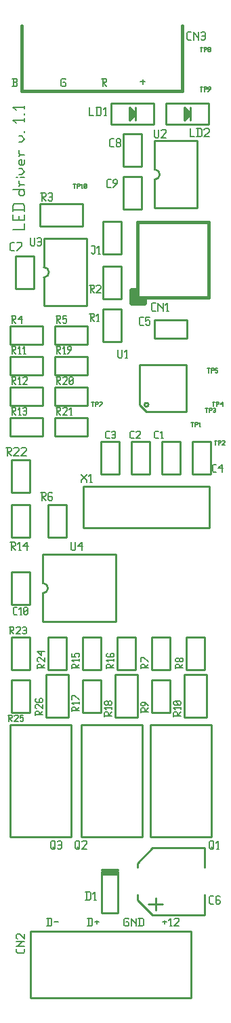
<source format=gbr>
G04 start of page 8 for group -4079 idx -4079 *
G04 Title: LED driver v. 0.1, topsilk *
G04 Creator: pcb 1.99x *
G04 CreationDate: Sat Jul 16 06:31:28 2011 UTC *
G04 For: davidellsworth *
G04 Format: Gerber/RS-274X *
G04 PCB-Dimensions: 113000 481000 *
G04 PCB-Coordinate-Origin: lower left *
%MOIN*%
%FSLAX24Y24*%
%LNFRONTSILK*%
%ADD16C,0.0100*%
%ADD22C,0.0250*%
%ADD45C,0.0070*%
%ADD46C,0.0150*%
G54D16*X5100Y6500D02*X5900D01*
X5100Y6450D02*X5900D01*
G54D45*X2448Y4104D02*Y3720D01*
X2592Y4104D02*X2640Y4056D01*
Y3768D01*
X2592Y3720D02*X2640Y3768D01*
X2400Y3720D02*X2592D01*
X2400Y4104D02*X2592D01*
X2755Y3912D02*X2947D01*
X4448Y4104D02*Y3720D01*
X4592Y4104D02*X4640Y4056D01*
Y3768D01*
X4592Y3720D02*X4640Y3768D01*
X4400Y3720D02*X4592D01*
X4400Y4104D02*X4592D01*
X4755Y3912D02*X4947D01*
X4851Y4008D02*Y3816D01*
X740Y37900D02*X1300D01*
Y38180D02*Y37900D01*
X1020Y38558D02*Y38348D01*
X1300Y38628D02*Y38348D01*
X740D02*X1300D01*
X740Y38628D02*Y38348D01*
Y38866D02*X1300D01*
X740Y39076D02*X810Y39146D01*
X1230D01*
X1300Y39076D02*X1230Y39146D01*
X1300Y39076D02*Y38796D01*
X740Y39076D02*Y38796D01*
Y39846D02*X1300D01*
Y39776D02*X1230Y39846D01*
X1300Y39776D02*Y39636D01*
X1230Y39566D02*X1300Y39636D01*
X1090Y39566D02*X1230D01*
X1090D02*X1020Y39636D01*
Y39776D02*Y39636D01*
Y39776D02*X1090Y39846D01*
Y40084D02*X1300D01*
X1090D02*X1020Y40154D01*
Y40294D02*Y40154D01*
Y40014D02*X1090Y40084D01*
X880Y40462D02*X950D01*
X1090D02*X1300D01*
X1020Y40602D02*X1160D01*
X1300Y40742D01*
X1160Y40882D01*
X1020D02*X1160D01*
X1300Y41330D02*Y41120D01*
X1230Y41050D02*X1300Y41120D01*
X1090Y41050D02*X1230D01*
X1090D02*X1020Y41120D01*
Y41260D02*Y41120D01*
Y41260D02*X1090Y41330D01*
X1160D02*Y41050D01*
X1090Y41330D02*X1160D01*
X1090Y41569D02*X1300D01*
X1090D02*X1020Y41639D01*
Y41779D02*Y41639D01*
Y41499D02*X1090Y41569D01*
X1020Y42199D02*X1160D01*
X1300Y42339D01*
X1160Y42479D01*
X1020D02*X1160D01*
X1300Y42717D02*Y42647D01*
Y43347D02*Y43207D01*
X740Y43277D02*X1300D01*
X880Y43137D02*X740Y43277D01*
X1300Y43585D02*Y43515D01*
Y43963D02*Y43823D01*
X740Y43893D02*X1300D01*
X880Y43753D02*X740Y43893D01*
X7000Y45146D02*X7236D01*
X7118Y45264D02*Y45028D01*
X3292Y45304D02*X3340Y45256D01*
X3148Y45304D02*X3292D01*
X3100Y45256D02*X3148Y45304D01*
X3100Y45256D02*Y44968D01*
X3148Y44920D01*
X3292D01*
X3340Y44968D01*
Y45064D02*Y44968D01*
X3292Y45112D02*X3340Y45064D01*
X3196Y45112D02*X3292D01*
X5100Y45304D02*X5292D01*
X5340Y45256D01*
Y45160D01*
X5292Y45112D02*X5340Y45160D01*
X5148Y45112D02*X5292D01*
X5148Y45304D02*Y44920D01*
Y45112D02*X5340Y44920D01*
X700D02*X892D01*
X940Y44968D01*
Y45064D02*Y44968D01*
X892Y45112D02*X940Y45064D01*
X748Y45112D02*X892D01*
X748Y45304D02*Y44920D01*
X700Y45304D02*X892D01*
X940Y45256D01*
Y45160D01*
X892Y45112D02*X940Y45160D01*
X6392Y4104D02*X6440Y4056D01*
X6248Y4104D02*X6392D01*
X6200Y4056D02*X6248Y4104D01*
X6200Y4056D02*Y3768D01*
X6248Y3720D01*
X6392D01*
X6440Y3768D01*
Y3864D02*Y3768D01*
X6392Y3912D02*X6440Y3864D01*
X6296Y3912D02*X6392D01*
X6555Y4104D02*Y3720D01*
Y4104D02*Y4056D01*
X6795Y3816D01*
Y4104D02*Y3720D01*
X6958Y4104D02*Y3720D01*
X7102Y4104D02*X7150Y4056D01*
Y3768D01*
X7102Y3720D02*X7150Y3768D01*
X6910Y3720D02*X7102D01*
X6910Y4104D02*X7102D01*
X8100Y3912D02*X8292D01*
X8196Y4008D02*Y3816D01*
X8455Y3720D02*X8551D01*
X8503Y4104D02*Y3720D01*
X8407Y4008D02*X8503Y4104D01*
X8666Y4056D02*X8714Y4104D01*
X8858D01*
X8906Y4056D01*
Y3960D01*
X8666Y3720D02*X8906Y3960D01*
X8666Y3720D02*X8906D01*
G54D16*X9550Y27500D02*Y25900D01*
Y27500D02*X10450D01*
Y25900D01*
X9550D02*X10450D01*
X4200Y23250D02*X10400D01*
Y25300D02*Y23250D01*
X4200Y25300D02*X10400D01*
X4200D02*Y23250D01*
X8950Y27500D02*Y25900D01*
X8050D02*X8950D01*
X8050Y27500D02*Y25900D01*
Y27500D02*X8950D01*
X5050D02*Y25900D01*
Y27500D02*X5950D01*
Y25900D01*
X5050D02*X5950D01*
X7450Y27500D02*Y25900D01*
X6550D02*X7450D01*
X6550Y27500D02*Y25900D01*
Y27500D02*X7450D01*
X6950Y31250D02*Y29300D01*
X7300Y28950D01*
X9250Y31250D02*Y28950D01*
X7300D02*X9250D01*
X6950Y31250D02*X9250D01*
X7300Y29200D02*G75*G03X7300Y29200I0J100D01*G01*
X7700Y32550D02*X9300D01*
X7700Y33450D02*Y32550D01*
Y33450D02*X9300D01*
Y32550D01*
X4400Y33150D02*X2800D01*
X4400Y32250D02*Y33150D01*
X2800Y32250D02*X4400D01*
X2800Y33150D02*Y32250D01*
X4150Y15800D02*Y14200D01*
Y15800D02*X5050D01*
Y14200D01*
X4150D02*X5050D01*
X5750Y13950D02*X6850D01*
X5750Y16050D02*Y13950D01*
Y16050D02*X6850D01*
Y13950D01*
X650Y15800D02*Y14200D01*
Y15800D02*X1550D01*
Y14200D01*
X650D02*X1550D01*
X2350Y13950D02*X3450D01*
X2350Y16050D02*Y13950D01*
Y16050D02*X3450D01*
Y13950D01*
X9150D02*X10250D01*
X9150Y16050D02*Y13950D01*
Y16050D02*X10250D01*
Y13950D01*
X7550Y15800D02*Y14200D01*
Y15800D02*X8450D01*
Y14200D01*
X7550D02*X8450D01*
X4100Y8100D02*X7100D01*
X4100Y13600D02*X7100D01*
X4100D02*Y8100D01*
X7100Y13600D02*Y8100D01*
X600D02*X3600D01*
X600Y13600D02*X3600D01*
X600D02*Y8100D01*
X3600Y13600D02*Y8100D01*
X10150Y7550D02*X7600D01*
X10150D02*Y6600D01*
Y5250D02*Y4250D01*
X7600D01*
X6850Y5000D02*X7600Y4250D01*
Y7550D02*X6850Y6800D01*
Y6600D01*
Y5250D02*Y5000D01*
X7400Y4800D02*X8100D01*
X7750Y4500D02*Y5100D01*
X9484Y3474D02*Y207D01*
X1610Y3474D02*X9484D01*
X1610D02*Y207D01*
X9484D01*
X5100Y6400D02*Y4350D01*
X5900Y6400D02*Y4350D01*
X5100D02*X5900D01*
X5100Y6400D02*X5900D01*
X5100Y6350D02*X5900D01*
X5100Y6300D02*X5900D01*
X5100Y6250D02*X5900D01*
X7500Y8100D02*X10500D01*
X7500Y13600D02*X10500D01*
X7500D02*Y8100D01*
X10500Y13600D02*Y8100D01*
X9250Y17900D02*Y16300D01*
Y17900D02*X10150D01*
Y16300D01*
X9250D02*X10150D01*
X7550Y17900D02*Y16300D01*
Y17900D02*X8450D01*
Y16300D01*
X7550D02*X8450D01*
X650Y17900D02*Y16300D01*
Y17900D02*X1550D01*
Y16300D01*
X650D02*X1550D01*
X2450Y17900D02*Y16300D01*
Y17900D02*X3350D01*
Y16300D01*
X2450D02*X3350D01*
X650Y21100D02*Y19500D01*
Y21100D02*X1550D01*
Y19500D01*
X650D02*X1550D01*
X5850Y17900D02*Y16300D01*
Y17900D02*X6750D01*
Y16300D01*
X5850D02*X6750D01*
X4150Y17900D02*Y16300D01*
Y17900D02*X5050D01*
Y16300D01*
X4150D02*X5050D01*
X2200Y21950D02*Y20550D01*
Y20050D02*Y18650D01*
Y21950D02*X5800D01*
Y18650D01*
X2200D02*X5800D01*
X2200Y20050D02*G75*G03X2200Y20550I0J250D01*G01*
X650Y26600D02*Y25000D01*
Y26600D02*X1550D01*
Y25000D01*
X650D02*X1550D01*
X2450Y24400D02*Y22800D01*
Y24400D02*X3350D01*
Y22800D01*
X2450D02*X3350D01*
X650Y24400D02*Y22800D01*
Y24400D02*X1550D01*
Y22800D01*
X650D02*X1550D01*
X5150Y38300D02*Y36700D01*
Y38300D02*X6050D01*
Y36700D01*
X5150D02*X6050D01*
X1750Y36600D02*Y35000D01*
X850D02*X1750D01*
X850Y36600D02*Y35000D01*
Y36600D02*X1750D01*
X2250Y37450D02*Y36050D01*
Y35550D02*Y34150D01*
Y37450D02*X4350D01*
Y34150D01*
X2250D02*X4350D01*
X2250Y35550D02*G75*G03X2250Y36050I0J250D01*G01*
X5150Y36100D02*Y34500D01*
Y36100D02*X6050D01*
Y34500D01*
X5150D02*X6050D01*
X2200Y31650D02*X600D01*
X2200Y30750D02*Y31650D01*
X600Y30750D02*X2200D01*
X600Y31650D02*Y30750D01*
X2200Y30150D02*X600D01*
X2200Y29250D02*Y30150D01*
X600Y29250D02*X2200D01*
X600Y30150D02*Y29250D01*
X2800Y31650D02*X4400D01*
Y30750D01*
X2800D02*X4400D01*
X2800Y31650D02*Y30750D01*
Y30150D02*X4400D01*
Y29250D01*
X2800D02*X4400D01*
X2800Y30150D02*Y29250D01*
X5150Y34000D02*Y32400D01*
Y34000D02*X6050D01*
Y32400D01*
X5150D02*X6050D01*
X2800Y28650D02*X4400D01*
Y27750D01*
X2800D02*X4400D01*
X2800Y28650D02*Y27750D01*
X2200Y33150D02*X600D01*
X2200Y32250D02*Y33150D01*
X600Y32250D02*X2200D01*
X600Y33150D02*Y32250D01*
X2200Y28650D02*X600D01*
X2200Y27750D02*Y28650D01*
X600Y27750D02*X2200D01*
X600Y28650D02*Y27750D01*
X6600Y43700D02*Y43450D01*
X6550Y43750D02*Y43400D01*
X6500Y43850D02*Y43350D01*
X6450Y43900D02*X6750Y43600D01*
X6450Y43900D02*Y43250D01*
X6750Y43550D02*X6450Y43250D01*
X6750Y43900D02*Y43250D01*
X6700Y43600D02*Y43550D01*
X5550Y44100D02*X7650D01*
X6650Y43650D02*Y43500D01*
X5550Y43050D02*X7650D01*
X5550Y44100D02*Y43050D01*
X7650Y44100D02*Y43050D01*
X9300Y43700D02*Y43450D01*
X9250Y43750D02*Y43400D01*
X9200Y43850D02*Y43350D01*
X9150Y43900D02*X9450Y43600D01*
X9150Y43900D02*Y43250D01*
X9450Y43550D02*X9150Y43250D01*
X9450Y43900D02*Y43250D01*
X9400Y43600D02*Y43550D01*
X8250Y44100D02*X10350D01*
X9350Y43650D02*Y43500D01*
X8250Y43050D02*X10350D01*
X8250Y44100D02*Y43050D01*
X10350Y44100D02*Y43050D01*
G54D46*X1150Y47900D02*Y44700D01*
X9000D01*
X9050Y47900D02*Y44700D01*
G54D16*X7050Y42600D02*Y41000D01*
X6150D02*X7050D01*
X6150Y42600D02*Y41000D01*
Y42600D02*X7050D01*
X6150Y40500D02*Y38900D01*
Y40500D02*X7050D01*
Y38900D01*
X6150D02*X7050D01*
X2050Y39150D02*Y38050D01*
Y39150D02*X4150D01*
Y38050D01*
X2050D02*X4150D01*
X7700Y42250D02*Y40850D01*
Y40350D02*Y38950D01*
Y42250D02*X9800D01*
Y38950D01*
X7700D02*X9800D01*
X7700Y40350D02*G75*G03X7700Y40850I0J250D01*G01*
G54D22*X6600Y34450D02*X7200D01*
X6750Y34900D02*Y34300D01*
X6600Y34900D02*Y34300D01*
Y34900D02*X6800D01*
X7200Y34300D02*Y34500D01*
X6600Y34300D02*X7200D01*
G54D46*X6850Y34550D02*Y38250D01*
X10350D02*Y34550D01*
X6850D01*
Y38250D02*X10350D01*
G54D45*X400Y27200D02*X600D01*
X650Y27150D01*
Y27050D01*
X600Y27000D02*X650Y27050D01*
X450Y27000D02*X600D01*
X450Y27200D02*Y26800D01*
Y27000D02*X650Y26800D01*
X770Y27150D02*X820Y27200D01*
X970D01*
X1020Y27150D01*
Y27050D01*
X770Y26800D02*X1020Y27050D01*
X770Y26800D02*X1020D01*
X1140Y27150D02*X1190Y27200D01*
X1340D01*
X1390Y27150D01*
Y27050D01*
X1140Y26800D02*X1390Y27050D01*
X1140Y26800D02*X1390D01*
X10594Y26005D02*X10728D01*
X10550Y26049D02*X10594Y26005D01*
X10550Y26316D02*Y26049D01*
Y26316D02*X10594Y26361D01*
X10728D01*
X10834Y26183D02*X11012Y26361D01*
X10834Y26183D02*X11057D01*
X11012Y26361D02*Y26005D01*
X4100Y25900D02*Y25850D01*
X4350Y25600D01*
Y25500D01*
X4100Y25600D02*Y25500D01*
Y25600D02*X4350Y25850D01*
Y25900D02*Y25850D01*
X4520Y25500D02*X4620D01*
X4570Y25900D02*Y25500D01*
X4470Y25800D02*X4570Y25900D01*
X2100Y25000D02*X2300D01*
X2350Y24950D01*
Y24850D01*
X2300Y24800D02*X2350Y24850D01*
X2150Y24800D02*X2300D01*
X2150Y25000D02*Y24600D01*
Y24800D02*X2350Y24600D01*
X2620Y25000D02*X2670Y24950D01*
X2520Y25000D02*X2620D01*
X2470Y24950D02*X2520Y25000D01*
X2470Y24950D02*Y24650D01*
X2520Y24600D01*
X2620Y24800D02*X2670Y24750D01*
X2470Y24800D02*X2620D01*
X2520Y24600D02*X2620D01*
X2670Y24650D01*
Y24750D02*Y24650D01*
X10650Y27544D02*X10762D01*
X10706D02*Y27320D01*
X10857Y27544D02*Y27320D01*
X10829Y27544D02*X10941D01*
X10969Y27516D01*
Y27460D01*
X10941Y27432D02*X10969Y27460D01*
X10857Y27432D02*X10941D01*
X11036Y27516D02*X11064Y27544D01*
X11148D01*
X11176Y27516D01*
Y27460D01*
X11036Y27320D02*X11176Y27460D01*
X11036Y27320D02*X11176D01*
X2850Y29161D02*X3028D01*
X3072Y29116D01*
Y29027D01*
X3028Y28983D02*X3072Y29027D01*
X2894Y28983D02*X3028D01*
X2894Y29161D02*Y28805D01*
Y28983D02*X3072Y28805D01*
X3179Y29116D02*X3223Y29161D01*
X3357D01*
X3401Y29116D01*
Y29027D01*
X3179Y28805D02*X3401Y29027D01*
X3179Y28805D02*X3401D01*
X3553D02*X3642D01*
X3597Y29161D02*Y28805D01*
X3508Y29072D02*X3597Y29161D01*
X650D02*X828D01*
X872Y29116D01*
Y29027D01*
X828Y28983D02*X872Y29027D01*
X694Y28983D02*X828D01*
X694Y29161D02*Y28805D01*
Y28983D02*X872Y28805D01*
X1023D02*X1112D01*
X1068Y29161D02*Y28805D01*
X979Y29072D02*X1068Y29161D01*
X1219Y29116D02*X1264Y29161D01*
X1353D01*
X1397Y29116D01*
Y28849D01*
X1353Y28805D02*X1397Y28849D01*
X1264Y28805D02*X1353D01*
X1219Y28849D02*X1264Y28805D01*
Y28983D02*X1397D01*
X8639Y14178D02*Y14000D01*
Y14178D02*X8683Y14222D01*
X8772D01*
X8817Y14178D02*X8772Y14222D01*
X8817Y14178D02*Y14044D01*
X8639D02*X8995D01*
X8817D02*X8995Y14222D01*
Y14462D02*Y14373D01*
X8639Y14418D02*X8995D01*
X8728Y14329D02*X8639Y14418D01*
X8950Y14569D02*X8995Y14614D01*
X8683Y14569D02*X8950D01*
X8683D02*X8639Y14614D01*
Y14703D02*Y14614D01*
Y14703D02*X8683Y14747D01*
X8950D01*
X8995Y14703D02*X8950Y14747D01*
X8995Y14703D02*Y14614D01*
X8906Y14569D02*X8728Y14747D01*
X8739Y16528D02*Y16350D01*
Y16528D02*X8783Y16572D01*
X8872D01*
X8917Y16528D02*X8872Y16572D01*
X8917Y16528D02*Y16394D01*
X8739D02*X9095D01*
X8917D02*X9095Y16572D01*
X9050Y16679D02*X9095Y16723D01*
X8961Y16679D02*X9050D01*
X8961D02*X8917Y16723D01*
Y16812D02*Y16723D01*
Y16812D02*X8961Y16857D01*
X9050D01*
X9095Y16812D02*X9050Y16857D01*
X9095Y16812D02*Y16723D01*
X8872Y16679D02*X8917Y16723D01*
X8783Y16679D02*X8872D01*
X8783D02*X8739Y16723D01*
Y16812D02*Y16723D01*
Y16812D02*X8783Y16857D01*
X8872D01*
X8917Y16812D02*X8872Y16857D01*
X7039Y14378D02*Y14200D01*
Y14378D02*X7083Y14422D01*
X7172D01*
X7217Y14378D02*X7172Y14422D01*
X7217Y14378D02*Y14244D01*
X7039D02*X7395D01*
X7217D02*X7395Y14422D01*
Y14529D02*X7217Y14707D01*
X7083D02*X7217D01*
X7039Y14662D02*X7083Y14707D01*
X7039Y14662D02*Y14573D01*
X7083Y14529D02*X7039Y14573D01*
X7083Y14529D02*X7172D01*
X7217Y14573D01*
Y14707D02*Y14573D01*
X3800Y7850D02*Y7550D01*
Y7850D02*X3850Y7900D01*
X3950D01*
X4000Y7850D01*
Y7550D01*
X3950Y7500D02*X4000Y7550D01*
X3850Y7500D02*X3950D01*
X3800Y7550D02*X3850Y7500D01*
X3900Y7600D02*X4000Y7500D01*
X4120Y7850D02*X4170Y7900D01*
X4320D01*
X4370Y7850D01*
Y7750D01*
X4120Y7500D02*X4370Y7750D01*
X4120Y7500D02*X4370D01*
X10450Y4800D02*X10600D01*
X10400Y4850D02*X10450Y4800D01*
X10400Y5150D02*Y4850D01*
Y5150D02*X10450Y5200D01*
X10600D01*
X10870D02*X10920Y5150D01*
X10770Y5200D02*X10870D01*
X10720Y5150D02*X10770Y5200D01*
X10720Y5150D02*Y4850D01*
X10770Y4800D01*
X10870Y5000D02*X10920Y4950D01*
X10720Y5000D02*X10870D01*
X10770Y4800D02*X10870D01*
X10920Y4850D01*
Y4950D02*Y4850D01*
X4350Y5400D02*Y5000D01*
X4500Y5400D02*X4550Y5350D01*
Y5050D01*
X4500Y5000D02*X4550Y5050D01*
X4300Y5000D02*X4500D01*
X4300Y5400D02*X4500D01*
X4720Y5000D02*X4820D01*
X4770Y5400D02*Y5000D01*
X4670Y5300D02*X4770Y5400D01*
X10400Y7850D02*Y7550D01*
Y7850D02*X10450Y7900D01*
X10550D01*
X10600Y7850D01*
Y7550D01*
X10550Y7500D02*X10600Y7550D01*
X10450Y7500D02*X10550D01*
X10400Y7550D02*X10450Y7500D01*
X10500Y7600D02*X10600Y7500D01*
X10770D02*X10870D01*
X10820Y7900D02*Y7500D01*
X10720Y7800D02*X10820Y7900D01*
X2600Y7850D02*Y7550D01*
Y7850D02*X2650Y7900D01*
X2750D01*
X2800Y7850D01*
Y7550D01*
X2750Y7500D02*X2800Y7550D01*
X2650Y7500D02*X2750D01*
X2600Y7550D02*X2650Y7500D01*
X2700Y7600D02*X2800Y7500D01*
X2920Y7850D02*X2970Y7900D01*
X3070D01*
X3120Y7850D01*
Y7550D01*
X3070Y7500D02*X3120Y7550D01*
X2970Y7500D02*X3070D01*
X2920Y7550D02*X2970Y7500D01*
Y7700D02*X3120D01*
X1300Y2600D02*Y2450D01*
X1250Y2400D02*X1300Y2450D01*
X950Y2400D02*X1250D01*
X950D02*X900Y2450D01*
Y2600D02*Y2450D01*
Y2720D02*X1300D01*
X900D02*X950D01*
X1200Y2970D01*
X900D02*X1300D01*
X950Y3090D02*X900Y3140D01*
Y3290D02*Y3140D01*
Y3290D02*X950Y3340D01*
X1050D01*
X1300Y3090D02*X1050Y3340D01*
X1300D02*Y3090D01*
X3639Y14428D02*Y14250D01*
Y14428D02*X3683Y14472D01*
X3772D01*
X3817Y14428D02*X3772Y14472D01*
X3817Y14428D02*Y14294D01*
X3639D02*X3995D01*
X3817D02*X3995Y14472D01*
Y14712D02*Y14623D01*
X3639Y14668D02*X3995D01*
X3728Y14579D02*X3639Y14668D01*
X3995Y14819D02*X3772Y15042D01*
X3639D02*X3772D01*
X3639D02*Y14819D01*
X5239Y14178D02*Y14000D01*
Y14178D02*X5283Y14222D01*
X5372D01*
X5417Y14178D02*X5372Y14222D01*
X5417Y14178D02*Y14044D01*
X5239D02*X5595D01*
X5417D02*X5595Y14222D01*
Y14462D02*Y14373D01*
X5239Y14418D02*X5595D01*
X5328Y14329D02*X5239Y14418D01*
X5550Y14569D02*X5595Y14614D01*
X5461Y14569D02*X5550D01*
X5461D02*X5417Y14614D01*
Y14703D02*Y14614D01*
Y14703D02*X5461Y14747D01*
X5550D01*
X5595Y14703D02*X5550Y14747D01*
X5595Y14703D02*Y14614D01*
X5372Y14569D02*X5417Y14614D01*
X5283Y14569D02*X5372D01*
X5283D02*X5239Y14614D01*
Y14703D02*Y14614D01*
Y14703D02*X5283Y14747D01*
X5372D01*
X5417Y14703D02*X5372Y14747D01*
X1839Y14228D02*Y14050D01*
Y14228D02*X1883Y14272D01*
X1972D01*
X2017Y14228D02*X1972Y14272D01*
X2017Y14228D02*Y14094D01*
X1839D02*X2195D01*
X2017D02*X2195Y14272D01*
X1883Y14379D02*X1839Y14423D01*
Y14557D02*Y14423D01*
Y14557D02*X1883Y14601D01*
X1972D01*
X2195Y14379D02*X1972Y14601D01*
X2195D02*Y14379D01*
X1839Y14842D02*X1883Y14886D01*
X1839Y14842D02*Y14753D01*
X1883Y14708D02*X1839Y14753D01*
X1883Y14708D02*X2150D01*
X2195Y14753D01*
X2017Y14842D02*X2061Y14886D01*
X2017Y14842D02*Y14708D01*
X2195Y14842D02*Y14753D01*
Y14842D02*X2150Y14886D01*
X2061D02*X2150D01*
X5339Y16528D02*Y16350D01*
Y16528D02*X5383Y16572D01*
X5472D01*
X5517Y16528D02*X5472Y16572D01*
X5517Y16528D02*Y16394D01*
X5339D02*X5695D01*
X5517D02*X5695Y16572D01*
Y16812D02*Y16723D01*
X5339Y16768D02*X5695D01*
X5428Y16679D02*X5339Y16768D01*
Y17053D02*X5383Y17097D01*
X5339Y17053D02*Y16964D01*
X5383Y16919D02*X5339Y16964D01*
X5383Y16919D02*X5650D01*
X5695Y16964D01*
X5517Y17053D02*X5561Y17097D01*
X5517Y17053D02*Y16919D01*
X5695Y17053D02*Y16964D01*
Y17053D02*X5650Y17097D01*
X5561D02*X5650D01*
X3639Y16528D02*Y16350D01*
Y16528D02*X3683Y16572D01*
X3772D01*
X3817Y16528D02*X3772Y16572D01*
X3817Y16528D02*Y16394D01*
X3639D02*X3995D01*
X3817D02*X3995Y16572D01*
Y16812D02*Y16723D01*
X3639Y16768D02*X3995D01*
X3728Y16679D02*X3639Y16768D01*
Y17097D02*Y16919D01*
X3817D01*
X3772Y16964D01*
Y17053D02*Y16964D01*
Y17053D02*X3817Y17097D01*
X3950D01*
X3995Y17053D02*X3950Y17097D01*
X3995Y17053D02*Y16964D01*
X3950Y16919D02*X3995Y16964D01*
X500Y14072D02*X656D01*
X695Y14033D01*
Y13955D01*
X656Y13916D02*X695Y13955D01*
X539Y13916D02*X656D01*
X539Y14072D02*Y13760D01*
Y13916D02*X695Y13760D01*
X788Y14033D02*X827Y14072D01*
X944D01*
X983Y14033D01*
Y13955D01*
X788Y13760D02*X983Y13955D01*
X788Y13760D02*X983D01*
X1077Y14072D02*X1233D01*
X1077D02*Y13916D01*
X1116Y13955D01*
X1194D01*
X1233Y13916D01*
Y13799D01*
X1194Y13760D02*X1233Y13799D01*
X1116Y13760D02*X1194D01*
X1077Y13799D02*X1116Y13760D01*
X7039Y16528D02*Y16350D01*
Y16528D02*X7083Y16572D01*
X7172D01*
X7217Y16528D02*X7172Y16572D01*
X7217Y16528D02*Y16394D01*
X7039D02*X7395D01*
X7217D02*X7395Y16572D01*
Y16679D02*X7172Y16901D01*
X7039D02*X7172D01*
X7039D02*Y16679D01*
X550Y18411D02*X728D01*
X772Y18366D01*
Y18277D01*
X728Y18233D02*X772Y18277D01*
X594Y18233D02*X728D01*
X594Y18411D02*Y18055D01*
Y18233D02*X772Y18055D01*
X879Y18366D02*X923Y18411D01*
X1057D01*
X1101Y18366D01*
Y18277D01*
X879Y18055D02*X1101Y18277D01*
X879Y18055D02*X1101D01*
X1208Y18366D02*X1253Y18411D01*
X1342D01*
X1386Y18366D01*
Y18099D01*
X1342Y18055D02*X1386Y18099D01*
X1253Y18055D02*X1342D01*
X1208Y18099D02*X1253Y18055D01*
Y18233D02*X1386D01*
X1939Y16528D02*Y16350D01*
Y16528D02*X1983Y16572D01*
X2072D01*
X2117Y16528D02*X2072Y16572D01*
X2117Y16528D02*Y16394D01*
X1939D02*X2295D01*
X2117D02*X2295Y16572D01*
X1983Y16679D02*X1939Y16723D01*
Y16857D02*Y16723D01*
Y16857D02*X1983Y16901D01*
X2072D01*
X2295Y16679D02*X2072Y16901D01*
X2295D02*Y16679D01*
X2117Y17008D02*X1939Y17186D01*
X2117Y17231D02*Y17008D01*
X1939Y17186D02*X2295D01*
X794Y19005D02*X928D01*
X750Y19049D02*X794Y19005D01*
X750Y19316D02*Y19049D01*
Y19316D02*X794Y19361D01*
X928D01*
X1079Y19005D02*X1168D01*
X1123Y19361D02*Y19005D01*
X1034Y19272D02*X1123Y19361D01*
X1275Y19049D02*X1319Y19005D01*
X1275Y19316D02*Y19049D01*
Y19316D02*X1319Y19361D01*
X1408D01*
X1453Y19316D01*
Y19049D01*
X1408Y19005D02*X1453Y19049D01*
X1319Y19005D02*X1408D01*
X1275Y19094D02*X1453Y19272D01*
X600Y22550D02*X800D01*
X850Y22500D01*
Y22400D01*
X800Y22350D02*X850Y22400D01*
X650Y22350D02*X800D01*
X650Y22550D02*Y22150D01*
Y22350D02*X850Y22150D01*
X1020D02*X1120D01*
X1070Y22550D02*Y22150D01*
X970Y22450D02*X1070Y22550D01*
X1240Y22350D02*X1440Y22550D01*
X1240Y22350D02*X1490D01*
X1440Y22550D02*Y22150D01*
X3600Y22550D02*Y22200D01*
X3650Y22150D01*
X3750D01*
X3800Y22200D01*
Y22550D02*Y22200D01*
X3920Y22350D02*X4120Y22550D01*
X3920Y22350D02*X4170D01*
X4120Y22550D02*Y22150D01*
X3700Y40144D02*X3812D01*
X3756D02*Y39920D01*
X3907Y40144D02*Y39920D01*
X3879Y40144D02*X3991D01*
X4019Y40116D01*
Y40060D01*
X3991Y40032D02*X4019Y40060D01*
X3907Y40032D02*X3991D01*
X4114Y39920D02*X4170D01*
X4142Y40144D02*Y39920D01*
X4086Y40088D02*X4142Y40144D01*
X4237Y39948D02*X4265Y39920D01*
X4237Y40116D02*Y39948D01*
Y40116D02*X4265Y40144D01*
X4321D01*
X4349Y40116D01*
Y39948D01*
X4321Y39920D02*X4349Y39948D01*
X4265Y39920D02*X4321D01*
X4237Y39976D02*X4349Y40088D01*
X4600Y37100D02*X4750D01*
Y36750D01*
X4700Y36700D02*X4750Y36750D01*
X4650Y36700D02*X4700D01*
X4600Y36750D02*X4650Y36700D01*
X4920D02*X5020D01*
X4970Y37100D02*Y36700D01*
X4870Y37000D02*X4970Y37100D01*
X650Y36850D02*X800D01*
X600Y36900D02*X650Y36850D01*
X600Y37200D02*Y36900D01*
Y37200D02*X650Y37250D01*
X800D01*
X920Y36850D02*X1170Y37100D01*
Y37250D02*Y37100D01*
X920Y37250D02*X1170D01*
X1600Y37500D02*Y37150D01*
X1650Y37100D01*
X1750D01*
X1800Y37150D01*
Y37500D02*Y37150D01*
X1920Y37450D02*X1970Y37500D01*
X2070D01*
X2120Y37450D01*
Y37150D01*
X2070Y37100D02*X2120Y37150D01*
X1970Y37100D02*X2070D01*
X1920Y37150D02*X1970Y37100D01*
Y37300D02*X2120D01*
X2100Y39700D02*X2300D01*
X2350Y39650D01*
Y39550D01*
X2300Y39500D02*X2350Y39550D01*
X2150Y39500D02*X2300D01*
X2150Y39700D02*Y39300D01*
Y39500D02*X2350Y39300D01*
X2470Y39650D02*X2520Y39700D01*
X2620D01*
X2670Y39650D01*
Y39350D01*
X2620Y39300D02*X2670Y39350D01*
X2520Y39300D02*X2620D01*
X2470Y39350D02*X2520Y39300D01*
Y39500D02*X2670D01*
X9950Y44894D02*X10062D01*
X10006D02*Y44670D01*
X10157Y44894D02*Y44670D01*
X10129Y44894D02*X10241D01*
X10269Y44866D01*
Y44810D01*
X10241Y44782D02*X10269Y44810D01*
X10157Y44782D02*X10241D01*
X10336Y44670D02*X10448Y44782D01*
Y44866D02*Y44782D01*
X10420Y44894D02*X10448Y44866D01*
X10364Y44894D02*X10420D01*
X10336Y44866D02*X10364Y44894D01*
X10336Y44866D02*Y44810D01*
X10364Y44782D01*
X10448D01*
X9450Y42850D02*Y42450D01*
X9650D01*
X9820Y42850D02*Y42450D01*
X9970Y42850D02*X10020Y42800D01*
Y42500D01*
X9970Y42450D02*X10020Y42500D01*
X9770Y42450D02*X9970D01*
X9770Y42850D02*X9970D01*
X10140Y42800D02*X10190Y42850D01*
X10340D01*
X10390Y42800D01*
Y42700D01*
X10140Y42450D02*X10390Y42700D01*
X10140Y42450D02*X10390D01*
X7700Y42800D02*Y42450D01*
X7750Y42400D01*
X7850D01*
X7900Y42450D01*
Y42800D02*Y42450D01*
X8020Y42750D02*X8070Y42800D01*
X8220D01*
X8270Y42750D01*
Y42650D01*
X8020Y42400D02*X8270Y42650D01*
X8020Y42400D02*X8270D01*
X9950Y46844D02*X10062D01*
X10006D02*Y46620D01*
X10157Y46844D02*Y46620D01*
X10129Y46844D02*X10241D01*
X10269Y46816D01*
Y46760D01*
X10241Y46732D02*X10269Y46760D01*
X10157Y46732D02*X10241D01*
X10336Y46648D02*X10364Y46620D01*
X10336Y46704D02*Y46648D01*
Y46704D02*X10364Y46732D01*
X10420D01*
X10448Y46704D01*
Y46648D01*
X10420Y46620D02*X10448Y46648D01*
X10364Y46620D02*X10420D01*
X10336Y46760D02*X10364Y46732D01*
X10336Y46816D02*Y46760D01*
Y46816D02*X10364Y46844D01*
X10420D01*
X10448Y46816D01*
Y46760D01*
X10420Y46732D02*X10448Y46760D01*
X9350Y47200D02*X9500D01*
X9300Y47250D02*X9350Y47200D01*
X9300Y47550D02*Y47250D01*
Y47550D02*X9350Y47600D01*
X9500D01*
X9620D02*Y47200D01*
Y47600D02*Y47550D01*
X9870Y47300D01*
Y47600D02*Y47200D01*
X9990Y47550D02*X10040Y47600D01*
X10140D01*
X10190Y47550D01*
Y47250D01*
X10140Y47200D02*X10190Y47250D01*
X10040Y47200D02*X10140D01*
X9990Y47250D02*X10040Y47200D01*
Y47400D02*X10190D01*
X2850Y32161D02*X3028D01*
X3072Y32116D01*
Y32027D01*
X3028Y31983D02*X3072Y32027D01*
X2894Y31983D02*X3028D01*
X2894Y32161D02*Y31805D01*
Y31983D02*X3072Y31805D01*
X3223D02*X3312D01*
X3268Y32161D02*Y31805D01*
X3179Y32072D02*X3268Y32161D01*
X3419Y31805D02*X3597Y31983D01*
Y32116D02*Y31983D01*
X3553Y32161D02*X3597Y32116D01*
X3464Y32161D02*X3553D01*
X3419Y32116D02*X3464Y32161D01*
X3419Y32116D02*Y32027D01*
X3464Y31983D01*
X3597D01*
X650Y32161D02*X828D01*
X872Y32116D01*
Y32027D01*
X828Y31983D02*X872Y32027D01*
X694Y31983D02*X828D01*
X694Y32161D02*Y31805D01*
Y31983D02*X872Y31805D01*
X1023D02*X1112D01*
X1068Y32161D02*Y31805D01*
X979Y32072D02*X1068Y32161D01*
X1264Y31805D02*X1353D01*
X1308Y32161D02*Y31805D01*
X1219Y32072D02*X1308Y32161D01*
X4500Y35161D02*X4678D01*
X4722Y35116D01*
Y35027D01*
X4678Y34983D02*X4722Y35027D01*
X4544Y34983D02*X4678D01*
X4544Y35161D02*Y34805D01*
Y34983D02*X4722Y34805D01*
X4829Y35116D02*X4873Y35161D01*
X5007D01*
X5051Y35116D01*
Y35027D01*
X4829Y34805D02*X5051Y35027D01*
X4829Y34805D02*X5051D01*
X4500Y33761D02*X4678D01*
X4722Y33716D01*
Y33627D01*
X4678Y33583D02*X4722Y33627D01*
X4544Y33583D02*X4678D01*
X4544Y33761D02*Y33405D01*
Y33583D02*X4722Y33405D01*
X4873D02*X4962D01*
X4918Y33761D02*Y33405D01*
X4829Y33672D02*X4918Y33761D01*
X650Y33661D02*X828D01*
X872Y33616D01*
Y33527D01*
X828Y33483D02*X872Y33527D01*
X694Y33483D02*X828D01*
X694Y33661D02*Y33305D01*
Y33483D02*X872Y33305D01*
X979Y33483D02*X1157Y33661D01*
X979Y33483D02*X1201D01*
X1157Y33661D02*Y33305D01*
X2850Y33661D02*X3028D01*
X3072Y33616D01*
Y33527D01*
X3028Y33483D02*X3072Y33527D01*
X2894Y33483D02*X3028D01*
X2894Y33661D02*Y33305D01*
Y33483D02*X3072Y33305D01*
X3179Y33661D02*X3357D01*
X3179D02*Y33483D01*
X3223Y33527D01*
X3312D01*
X3357Y33483D01*
Y33349D01*
X3312Y33305D02*X3357Y33349D01*
X3223Y33305D02*X3312D01*
X3179Y33349D02*X3223Y33305D01*
X4500Y43900D02*Y43500D01*
X4700D01*
X4870Y43900D02*Y43500D01*
X5020Y43900D02*X5070Y43850D01*
Y43550D01*
X5020Y43500D02*X5070Y43550D01*
X4820Y43500D02*X5020D01*
X4820Y43900D02*X5020D01*
X5240Y43500D02*X5340D01*
X5290Y43900D02*Y43500D01*
X5190Y43800D02*X5290Y43900D01*
X5550Y41950D02*X5700D01*
X5500Y42000D02*X5550Y41950D01*
X5500Y42300D02*Y42000D01*
Y42300D02*X5550Y42350D01*
X5700D01*
X5820Y42000D02*X5870Y41950D01*
X5820Y42100D02*Y42000D01*
Y42100D02*X5870Y42150D01*
X5970D01*
X6020Y42100D01*
Y42000D01*
X5970Y41950D02*X6020Y42000D01*
X5870Y41950D02*X5970D01*
X5820Y42200D02*X5870Y42150D01*
X5820Y42300D02*Y42200D01*
Y42300D02*X5870Y42350D01*
X5970D01*
X6020Y42300D01*
Y42200D01*
X5970Y42150D02*X6020Y42200D01*
X5400Y39950D02*X5550D01*
X5350Y40000D02*X5400Y39950D01*
X5350Y40300D02*Y40000D01*
Y40300D02*X5400Y40350D01*
X5550D01*
X5670Y39950D02*X5870Y40150D01*
Y40300D02*Y40150D01*
X5820Y40350D02*X5870Y40300D01*
X5720Y40350D02*X5820D01*
X5670Y40300D02*X5720Y40350D01*
X5670Y40300D02*Y40200D01*
X5720Y40150D01*
X5870D01*
X7000Y33200D02*X7150D01*
X6950Y33250D02*X7000Y33200D01*
X6950Y33550D02*Y33250D01*
Y33550D02*X7000Y33600D01*
X7150D01*
X7270D02*X7470D01*
X7270D02*Y33400D01*
X7320Y33450D01*
X7420D01*
X7470Y33400D01*
Y33250D01*
X7420Y33200D02*X7470Y33250D01*
X7320Y33200D02*X7420D01*
X7270Y33250D02*X7320Y33200D01*
X7600Y33900D02*X7750D01*
X7550Y33950D02*X7600Y33900D01*
X7550Y34250D02*Y33950D01*
Y34250D02*X7600Y34300D01*
X7750D01*
X7870D02*Y33900D01*
Y34300D02*Y34250D01*
X8120Y34000D01*
Y34300D02*Y33900D01*
X8290D02*X8390D01*
X8340Y34300D02*Y33900D01*
X8240Y34200D02*X8340Y34300D01*
X9500Y28444D02*X9612D01*
X9556D02*Y28220D01*
X9707Y28444D02*Y28220D01*
X9679Y28444D02*X9791D01*
X9819Y28416D01*
Y28360D01*
X9791Y28332D02*X9819Y28360D01*
X9707Y28332D02*X9791D01*
X9914Y28220D02*X9970D01*
X9942Y28444D02*Y28220D01*
X9886Y28388D02*X9942Y28444D01*
X7744Y27655D02*X7878D01*
X7700Y27699D02*X7744Y27655D01*
X7700Y27966D02*Y27699D01*
Y27966D02*X7744Y28011D01*
X7878D01*
X8029Y27655D02*X8118D01*
X8073Y28011D02*Y27655D01*
X7984Y27922D02*X8073Y28011D01*
X5344Y27655D02*X5478D01*
X5300Y27699D02*X5344Y27655D01*
X5300Y27966D02*Y27699D01*
Y27966D02*X5344Y28011D01*
X5478D01*
X5584Y27966D02*X5629Y28011D01*
X5718D01*
X5762Y27966D01*
Y27699D01*
X5718Y27655D02*X5762Y27699D01*
X5629Y27655D02*X5718D01*
X5584Y27699D02*X5629Y27655D01*
Y27833D02*X5762D01*
X6544Y27655D02*X6678D01*
X6500Y27699D02*X6544Y27655D01*
X6500Y27966D02*Y27699D01*
Y27966D02*X6544Y28011D01*
X6678D01*
X6784Y27966D02*X6829Y28011D01*
X6962D01*
X7007Y27966D01*
Y27877D01*
X6784Y27655D02*X7007Y27877D01*
X6784Y27655D02*X7007D01*
X650Y30661D02*X828D01*
X872Y30616D01*
Y30527D01*
X828Y30483D02*X872Y30527D01*
X694Y30483D02*X828D01*
X694Y30661D02*Y30305D01*
Y30483D02*X872Y30305D01*
X1023D02*X1112D01*
X1068Y30661D02*Y30305D01*
X979Y30572D02*X1068Y30661D01*
X1219Y30616D02*X1264Y30661D01*
X1397D01*
X1442Y30616D01*
Y30527D01*
X1219Y30305D02*X1442Y30527D01*
X1219Y30305D02*X1442D01*
X2850Y30661D02*X3028D01*
X3072Y30616D01*
Y30527D01*
X3028Y30483D02*X3072Y30527D01*
X2894Y30483D02*X3028D01*
X2894Y30661D02*Y30305D01*
Y30483D02*X3072Y30305D01*
X3179Y30616D02*X3223Y30661D01*
X3357D01*
X3401Y30616D01*
Y30527D01*
X3179Y30305D02*X3401Y30527D01*
X3179Y30305D02*X3401D01*
X3508Y30349D02*X3553Y30305D01*
X3508Y30616D02*Y30349D01*
Y30616D02*X3553Y30661D01*
X3642D01*
X3686Y30616D01*
Y30349D01*
X3642Y30305D02*X3686Y30349D01*
X3553Y30305D02*X3642D01*
X3508Y30394D02*X3686Y30572D01*
X4600Y29444D02*X4712D01*
X4656D02*Y29220D01*
X4807Y29444D02*Y29220D01*
X4779Y29444D02*X4891D01*
X4919Y29416D01*
Y29360D01*
X4891Y29332D02*X4919Y29360D01*
X4807Y29332D02*X4891D01*
X4986Y29220D02*X5126Y29360D01*
Y29444D02*Y29360D01*
X4986Y29444D02*X5126D01*
X5900Y32000D02*Y31650D01*
X5950Y31600D01*
X6050D01*
X6100Y31650D01*
Y32000D02*Y31650D01*
X6270Y31600D02*X6370D01*
X6320Y32000D02*Y31600D01*
X6220Y31900D02*X6320Y32000D01*
X10300Y31094D02*X10412D01*
X10356D02*Y30870D01*
X10507Y31094D02*Y30870D01*
X10479Y31094D02*X10591D01*
X10619Y31066D01*
Y31010D01*
X10591Y30982D02*X10619Y31010D01*
X10507Y30982D02*X10591D01*
X10686Y31094D02*X10798D01*
X10686D02*Y30982D01*
X10714Y31010D01*
X10770D01*
X10798Y30982D01*
Y30898D01*
X10770Y30870D02*X10798Y30898D01*
X10714Y30870D02*X10770D01*
X10686Y30898D02*X10714Y30870D01*
X10200Y29144D02*X10312D01*
X10256D02*Y28920D01*
X10407Y29144D02*Y28920D01*
X10379Y29144D02*X10491D01*
X10519Y29116D01*
Y29060D01*
X10491Y29032D02*X10519Y29060D01*
X10407Y29032D02*X10491D01*
X10586Y29116D02*X10614Y29144D01*
X10670D01*
X10698Y29116D01*
Y28948D01*
X10670Y28920D02*X10698Y28948D01*
X10614Y28920D02*X10670D01*
X10586Y28948D02*X10614Y28920D01*
Y29032D02*X10698D01*
X10550Y29444D02*X10662D01*
X10606D02*Y29220D01*
X10757Y29444D02*Y29220D01*
X10729Y29444D02*X10841D01*
X10869Y29416D01*
Y29360D01*
X10841Y29332D02*X10869Y29360D01*
X10757Y29332D02*X10841D01*
X10936D02*X11048Y29444D01*
X10936Y29332D02*X11076D01*
X11048Y29444D02*Y29220D01*
M02*

</source>
